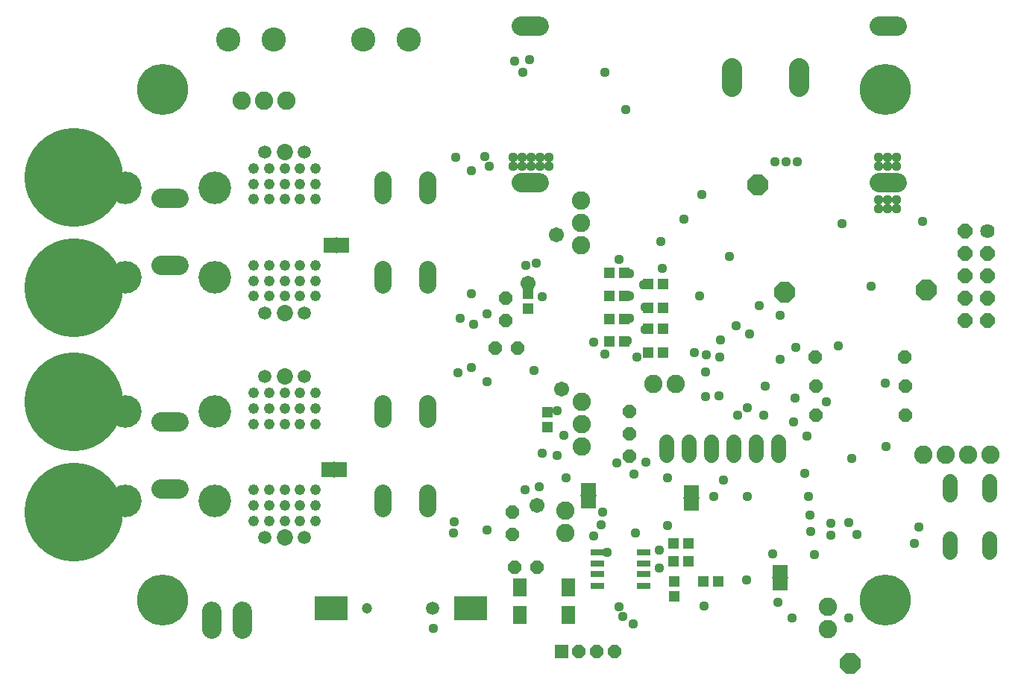
<source format=gbs>
G75*
%MOIN*%
%OFA0B0*%
%FSLAX25Y25*%
%IPPOS*%
%LPD*%
%AMOC8*
5,1,8,0,0,1.08239X$1,22.5*
%
%ADD10OC8,0.06000*%
%ADD11C,0.08200*%
%ADD12C,0.06800*%
%ADD13C,0.04769*%
%ADD14C,0.05950*%
%ADD15C,0.07296*%
%ADD16C,0.06400*%
%ADD17OC8,0.06400*%
%ADD18R,0.05918X0.08280*%
%ADD19R,0.05918X0.03162*%
%ADD20R,0.04737X0.05131*%
%ADD21C,0.04737*%
%ADD22C,0.05918*%
%ADD23R,0.14737X0.11036*%
%ADD24OC8,0.09300*%
%ADD25R,0.06000X0.06000*%
%ADD26C,0.10800*%
%ADD27R,0.07100X0.05400*%
%ADD28R,0.01600X0.03300*%
%ADD29R,0.07200X0.00600*%
%ADD30C,0.44107*%
%ADD31R,0.05131X0.04737*%
%ADD32C,0.07800*%
%ADD33C,0.14580*%
%ADD34C,0.08600*%
%ADD35C,0.09050*%
%ADD36R,0.05400X0.07100*%
%ADD37R,0.00600X0.07200*%
%ADD38C,0.06737*%
%ADD39C,0.22800*%
%ADD40C,0.04369*%
D10*
X0261133Y0106372D03*
X0271133Y0106372D03*
X0260275Y0121102D03*
X0260275Y0131102D03*
X0312646Y0156205D03*
X0312646Y0166205D03*
X0312646Y0176205D03*
X0262539Y0204389D03*
X0252539Y0204389D03*
X0257334Y0216962D03*
X0257334Y0226962D03*
X0395576Y0200531D03*
X0395729Y0187531D03*
X0395729Y0174531D03*
X0435729Y0174531D03*
X0435729Y0187531D03*
X0435576Y0200531D03*
X0305716Y0068704D03*
X0297842Y0068704D03*
X0289968Y0068704D03*
D11*
X0283854Y0121751D03*
X0283854Y0131751D03*
X0291043Y0160635D03*
X0291043Y0170635D03*
X0291043Y0180635D03*
X0323029Y0188492D03*
X0333029Y0188492D03*
X0443943Y0156719D03*
X0453943Y0156719D03*
X0463914Y0156845D03*
X0473914Y0156845D03*
X0401220Y0088808D03*
X0401220Y0078808D03*
X0291007Y0250614D03*
X0291007Y0260614D03*
X0291007Y0270614D03*
X0159080Y0315226D03*
X0149080Y0315226D03*
X0139080Y0315226D03*
D12*
X0329198Y0162563D02*
X0329198Y0156563D01*
X0339198Y0156563D02*
X0339198Y0162563D01*
X0349198Y0162563D02*
X0349198Y0156563D01*
X0359198Y0156563D02*
X0359198Y0162563D01*
X0369198Y0162563D02*
X0369198Y0156563D01*
X0379198Y0156563D02*
X0379198Y0162563D01*
X0455829Y0144831D02*
X0455829Y0138831D01*
X0473629Y0138831D02*
X0473629Y0144831D01*
X0473629Y0119231D02*
X0473629Y0113231D01*
X0455829Y0113231D02*
X0455829Y0119231D01*
D13*
X0172237Y0127271D03*
X0165347Y0127271D03*
X0158457Y0127271D03*
X0151568Y0127271D03*
X0144678Y0127271D03*
X0144678Y0134161D03*
X0151568Y0134161D03*
X0158457Y0134161D03*
X0165347Y0134161D03*
X0172237Y0134161D03*
X0172237Y0141051D03*
X0165347Y0141051D03*
X0158457Y0141051D03*
X0151568Y0141051D03*
X0144678Y0141051D03*
X0144678Y0170579D03*
X0151568Y0170579D03*
X0158457Y0170579D03*
X0165347Y0170579D03*
X0172237Y0170579D03*
X0172237Y0177468D03*
X0165347Y0177468D03*
X0158457Y0177468D03*
X0151568Y0177468D03*
X0144678Y0177468D03*
X0144678Y0184358D03*
X0151568Y0184358D03*
X0158457Y0184358D03*
X0165347Y0184358D03*
X0172237Y0184358D03*
X0172237Y0227665D03*
X0165347Y0227665D03*
X0158457Y0227665D03*
X0151568Y0227665D03*
X0144678Y0227665D03*
X0144678Y0234555D03*
X0151568Y0234555D03*
X0158457Y0234555D03*
X0165347Y0234555D03*
X0172237Y0234555D03*
X0172237Y0241445D03*
X0165347Y0241445D03*
X0158457Y0241445D03*
X0151568Y0241445D03*
X0144678Y0241445D03*
X0144678Y0270972D03*
X0151568Y0270972D03*
X0158457Y0270972D03*
X0165347Y0270972D03*
X0172237Y0270972D03*
X0172237Y0277862D03*
X0165347Y0277862D03*
X0158457Y0277862D03*
X0151568Y0277862D03*
X0144678Y0277862D03*
X0144678Y0284752D03*
X0151568Y0284752D03*
X0158457Y0284752D03*
X0165347Y0284752D03*
X0172237Y0284752D03*
D14*
X0167347Y0292252D03*
X0149568Y0292252D03*
X0149568Y0220165D03*
X0167347Y0220165D03*
X0167347Y0191858D03*
X0149568Y0191858D03*
X0149568Y0119771D03*
X0167347Y0119771D03*
D15*
X0158457Y0119771D03*
X0158457Y0191858D03*
X0158457Y0220165D03*
X0158457Y0292252D03*
D16*
X0472678Y0256657D03*
D17*
X0462678Y0256657D03*
X0462678Y0246657D03*
X0472678Y0246657D03*
X0472678Y0236657D03*
X0462678Y0236657D03*
X0462678Y0226657D03*
X0472678Y0226657D03*
X0472678Y0216657D03*
X0462678Y0216657D03*
D18*
X0285137Y0097617D03*
X0285137Y0085019D03*
X0263483Y0085019D03*
X0263483Y0097617D03*
D19*
X0298115Y0098255D03*
X0298115Y0103373D03*
X0298115Y0108097D03*
X0298115Y0113215D03*
X0318981Y0113215D03*
X0318981Y0108097D03*
X0318981Y0103373D03*
X0318981Y0098255D03*
D20*
X0332586Y0100159D03*
X0332586Y0093466D03*
X0345459Y0100161D03*
X0352151Y0100161D03*
X0338786Y0109029D03*
X0332093Y0109029D03*
X0332164Y0117226D03*
X0338857Y0117226D03*
X0275729Y0169185D03*
X0275729Y0175878D03*
X0267229Y0222185D03*
X0267229Y0228878D03*
D21*
X0195084Y0088114D03*
D22*
X0224612Y0088114D03*
D23*
X0241541Y0088114D03*
X0179140Y0088114D03*
D24*
X0411135Y0063531D03*
X0381906Y0229571D03*
X0445339Y0230571D03*
X0369905Y0277341D03*
D25*
X0282094Y0068704D03*
D26*
X0213833Y0342420D03*
X0193360Y0342420D03*
X0153597Y0342420D03*
X0133124Y0342420D03*
D27*
X0294210Y0141583D03*
X0294210Y0135583D03*
X0340166Y0134441D03*
X0340166Y0140441D03*
X0379710Y0104639D03*
X0379710Y0098639D03*
D28*
X0379710Y0101639D03*
X0340166Y0137441D03*
X0294210Y0138583D03*
D29*
X0294210Y0138583D03*
X0340166Y0137441D03*
X0379710Y0101639D03*
D30*
X0064135Y0131208D03*
X0064135Y0180421D03*
X0064135Y0231602D03*
X0064135Y0280815D03*
D31*
X0303439Y0238082D03*
X0310132Y0238082D03*
X0320883Y0233031D03*
X0327576Y0233031D03*
X0327576Y0222531D03*
X0320883Y0222531D03*
X0310076Y0217531D03*
X0303383Y0217531D03*
X0303383Y0207531D03*
X0310076Y0207531D03*
X0320883Y0202531D03*
X0327576Y0202531D03*
X0327576Y0213031D03*
X0320883Y0213031D03*
X0310138Y0227878D03*
X0303445Y0227878D03*
D32*
X0222229Y0232708D02*
X0222229Y0239708D01*
X0202229Y0239708D02*
X0202229Y0232708D01*
X0202229Y0272708D02*
X0202229Y0279708D01*
X0222229Y0279708D02*
X0222229Y0272708D01*
X0222229Y0179708D02*
X0222229Y0172708D01*
X0202229Y0172708D02*
X0202229Y0179708D01*
X0202229Y0139708D02*
X0202229Y0132708D01*
X0222229Y0132708D02*
X0222229Y0139708D01*
D33*
X0127229Y0136031D03*
X0087229Y0136031D03*
X0087229Y0176031D03*
X0127229Y0176031D03*
X0127229Y0236031D03*
X0087229Y0236031D03*
X0087229Y0276031D03*
X0127229Y0276031D03*
D34*
X0125828Y0086683D02*
X0125828Y0078883D01*
X0139607Y0078883D02*
X0139607Y0086683D01*
X0111129Y0141531D02*
X0103329Y0141531D01*
X0103329Y0171531D02*
X0111129Y0171531D01*
X0111129Y0241531D02*
X0103329Y0241531D01*
X0103329Y0271531D02*
X0111129Y0271531D01*
X0264329Y0278531D02*
X0272129Y0278531D01*
X0272129Y0348531D02*
X0264329Y0348531D01*
X0424329Y0348531D02*
X0432129Y0348531D01*
X0432129Y0278531D02*
X0424329Y0278531D01*
D35*
X0388229Y0321406D02*
X0388229Y0329656D01*
X0358229Y0329656D02*
X0358229Y0321406D01*
D36*
X0184566Y0250502D03*
X0178566Y0250502D03*
X0177402Y0150085D03*
X0183402Y0150085D03*
D37*
X0180402Y0150085D03*
X0181566Y0250502D03*
D38*
X0267229Y0233531D03*
X0279729Y0255031D03*
X0282229Y0186031D03*
X0271229Y0134031D03*
D39*
X0426745Y0091700D03*
X0103932Y0091707D03*
X0103932Y0320092D03*
X0426745Y0320164D03*
D40*
X0427863Y0289674D03*
X0427863Y0285674D03*
X0431863Y0285674D03*
X0431863Y0289674D03*
X0423863Y0289674D03*
X0423863Y0285674D03*
X0423863Y0270674D03*
X0423863Y0266674D03*
X0427863Y0266674D03*
X0431863Y0266674D03*
X0431863Y0270674D03*
X0427863Y0270674D03*
X0443424Y0261084D03*
X0407424Y0260084D03*
X0357228Y0245586D03*
X0336895Y0262240D03*
X0326417Y0252154D03*
X0307729Y0244031D03*
X0312531Y0237866D03*
X0318801Y0232863D03*
X0312618Y0227866D03*
X0319373Y0222873D03*
X0312427Y0217769D03*
X0319532Y0212813D03*
X0311451Y0207657D03*
X0315787Y0200317D03*
X0301403Y0201955D03*
X0296566Y0207007D03*
X0269930Y0194312D03*
X0248930Y0189312D03*
X0241804Y0195907D03*
X0235847Y0193433D03*
X0242910Y0215250D03*
X0236734Y0217653D03*
X0248910Y0219750D03*
X0241804Y0228682D03*
X0266063Y0241531D03*
X0270832Y0242462D03*
X0273625Y0227534D03*
X0327101Y0240069D03*
X0343991Y0227924D03*
X0370501Y0223355D03*
X0379924Y0219084D03*
X0366300Y0210734D03*
X0360059Y0214333D03*
X0353146Y0208015D03*
X0346857Y0201393D03*
X0341424Y0202584D03*
X0352905Y0200485D03*
X0346638Y0193943D03*
X0346528Y0182821D03*
X0352455Y0183020D03*
X0365108Y0177644D03*
X0360808Y0174359D03*
X0372591Y0174359D03*
X0385744Y0171502D03*
X0391747Y0165265D03*
X0411754Y0155169D03*
X0427209Y0160506D03*
X0400424Y0180584D03*
X0386406Y0182113D03*
X0373161Y0187531D03*
X0379924Y0199584D03*
X0386802Y0204954D03*
X0405943Y0205410D03*
X0426754Y0188669D03*
X0390964Y0148620D03*
X0392444Y0138204D03*
X0393198Y0129915D03*
X0402488Y0126122D03*
X0402649Y0120944D03*
X0393543Y0122380D03*
X0410428Y0126479D03*
X0414229Y0121031D03*
X0395109Y0112092D03*
X0376352Y0112319D03*
X0364881Y0100842D03*
X0378998Y0090648D03*
X0385306Y0083872D03*
X0410389Y0083730D03*
X0345765Y0088985D03*
X0314126Y0081022D03*
X0309381Y0084306D03*
X0307798Y0088890D03*
X0325717Y0106223D03*
X0325896Y0114072D03*
X0315213Y0121837D03*
X0329611Y0125237D03*
X0350153Y0137985D03*
X0354506Y0145440D03*
X0365202Y0137985D03*
X0329424Y0146584D03*
X0319924Y0153584D03*
X0314424Y0148084D03*
X0306849Y0153226D03*
X0284175Y0146369D03*
X0280229Y0156531D03*
X0273430Y0157312D03*
X0283229Y0165531D03*
X0280229Y0176531D03*
X0272179Y0142545D03*
X0265907Y0141286D03*
X0234056Y0126788D03*
X0233930Y0121883D03*
X0248804Y0123288D03*
X0296490Y0120540D03*
X0299921Y0125424D03*
X0300460Y0131271D03*
X0302531Y0113263D03*
X0224861Y0079084D03*
X0439729Y0117031D03*
X0441729Y0124531D03*
X0420580Y0232006D03*
X0344805Y0273004D03*
X0377457Y0287674D03*
X0382457Y0287674D03*
X0387457Y0287674D03*
X0310834Y0310973D03*
X0301415Y0327693D03*
X0267955Y0333553D03*
X0261326Y0332719D03*
X0264799Y0327780D03*
X0264585Y0289800D03*
X0268585Y0289800D03*
X0272585Y0289800D03*
X0276585Y0289800D03*
X0276585Y0285800D03*
X0272585Y0285800D03*
X0268585Y0285800D03*
X0264585Y0285800D03*
X0260585Y0285800D03*
X0260585Y0289800D03*
X0249971Y0285716D03*
X0247971Y0290247D03*
X0241804Y0283800D03*
X0234817Y0289804D03*
M02*

</source>
